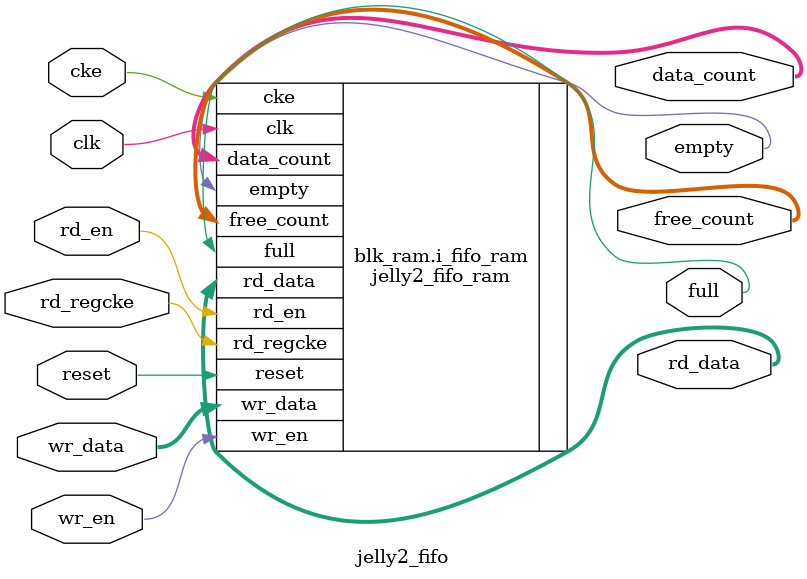
<source format=sv>



`timescale 1ns / 1ps
`default_nettype none

module jelly2_fifo
        #(
            parameter   int                         DATA_WIDTH = 8,
            parameter   int                         PTR_WIDTH  = 10,
            parameter   bit                         DOUT_REGS  = 0,
            parameter                               RAM_TYPE   = "block",
            parameter   bit                         LOW_DEALY  = 0
        )
        (
            input       wire                        reset,
            input       wire                        clk,
            input       wire                        cke,

            input       wire                        wr_en,
            input       wire    [DATA_WIDTH-1:0]    wr_data,

            input       wire                        rd_en,
            input       wire                        rd_regcke,
            output      wire    [DATA_WIDTH-1:0]    rd_data,

            output      wire                        full,
            output      wire                        empty,
            output      wire    [PTR_WIDTH:0]       free_count,
            output      wire    [PTR_WIDTH:0]       data_count
        );
    
    
    generate
    if ( LOW_DEALY && (256'(RAM_TYPE) == 256'("distributed")) && PTR_WIDTH < 8 ) begin : blk_shifter
        jelly2_fifo_shifter
                #(
                    .DATA_WIDTH     (DATA_WIDTH),
                    .PTR_WIDTH      (PTR_WIDTH),
                    .DOUT_REGS      (DOUT_REGS)
                )
            i_fifo_shifter
                (
                    .reset          (reset),
                    .clk            (clk),
                    .cke            (cke),

                    .wr_en          (wr_en),
                    .wr_data        (wr_data),
                    
                    .rd_en          (rd_en),
                    .rd_regcke      (rd_regcke),
                    .rd_data        (rd_data),
                    
                    .full           (full),
                    .empty          (empty),
                    .free_count     (free_count),
                    .data_count     (data_count)
                );
    end
    else begin : blk_ram
        jelly2_fifo_ram
                #(
                    .DATA_WIDTH     (DATA_WIDTH),
                    .PTR_WIDTH      (PTR_WIDTH),
                    .DOUT_REGS      (DOUT_REGS),
                    .RAM_TYPE       (RAM_TYPE),
                    .LOW_DEALY      (LOW_DEALY)
                )
            i_fifo_ram
                (
                    .reset          (reset),
                    .clk            (clk),
                    .cke            (cke),
                    
                    .wr_en          (wr_en),
                    .wr_data        (wr_data),
                    
                    .rd_en          (rd_en),
                    .rd_regcke      (rd_regcke),
                    .rd_data        (rd_data),
                    
                    .full           (full),
                    .empty          (empty),
                    .free_count     (free_count),
                    .data_count     (data_count)
                );
    end
    endgenerate
        
endmodule

`default_nettype wire


// end of file

</source>
